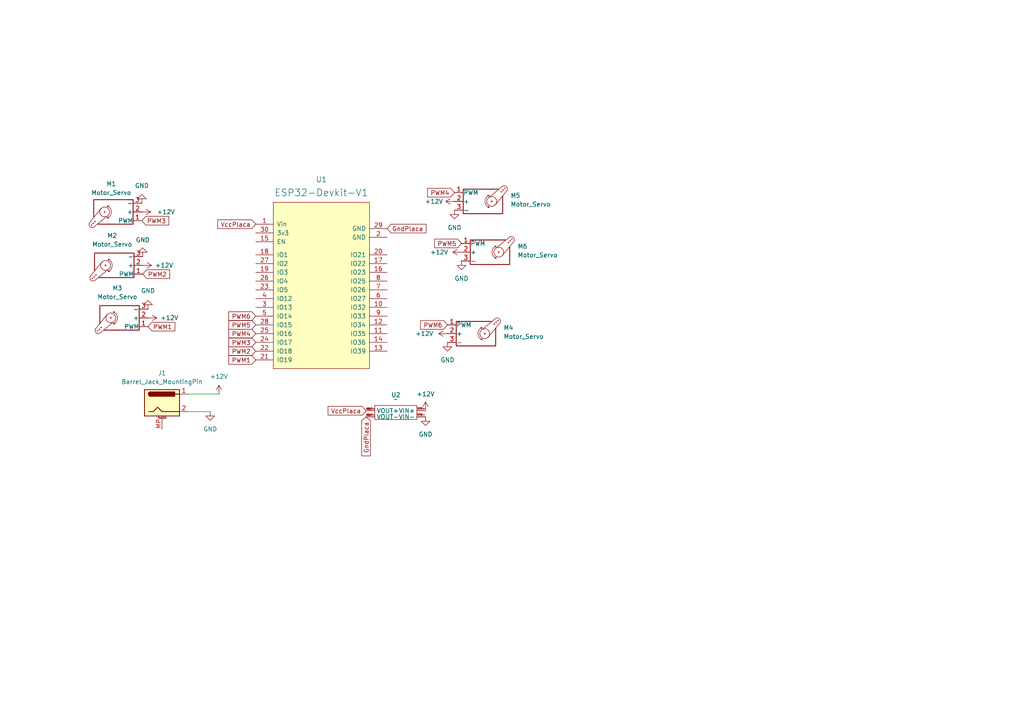
<source format=kicad_sch>
(kicad_sch (version 20231120) (generator "eeschema") (generator_version "8.0")
  (paper "A4")
  (lib_symbols
    (symbol "Connector:Barrel_Jack_MountingPin" (pin_names hide)
      (property "Reference" "J" (at 0 5.334 0))
      (property "Value" "Barrel_Jack_MountingPin" (at 1.27 -6.35 0))
      (symbol "Barrel_Jack_MountingPin_0_1"
        (rectangle (start -5.08 3.81) (end 5.08 -3.81) (stroke (width 0.254)) (fill (type background)))
        (arc (start -3.302 3.175) (mid -3.9343 2.54) (end -3.302 1.905) (stroke (width 0.254)))
        (arc (start -3.302 3.175) (mid -3.9343 2.54) (end -3.302 1.905) (stroke (width 0.254)) (fill (type outline)))
        (polyline (pts (xy 5.08 2.54) (xy 3.81 2.54)) (stroke (width 0.254)))
        (polyline (pts (xy -3.81 -2.54) (xy -2.54 -2.54) (xy -1.27 -1.27) (xy 0 -2.54) (xy 2.54 -2.54) (xy 5.08 -2.54)) (stroke (width 0.254)))
        (rectangle (start 3.683 3.175) (end -3.302 1.905) (stroke (width 0.254)) (fill (type outline)))
      )
      (symbol "Barrel_Jack_MountingPin_1_1"
        (polyline (pts (xy -1.016 -4.572) (xy 1.016 -4.572)) (stroke (width 0.1524)))
        (text "Mounting" (at 0 -4.191 0) (effects (font (size 0.381 0.381))))
        (pin passive line (at 7.62 2.54 180) (length 2.54) (name "~") (number "1"))
        (pin passive line (at 7.62 -2.54 180) (length 2.54) (name "~") (number "2"))
        (pin passive line (at 0 -7.62 90) (length 3.048) (name "MountPin") (number "MP"))
      )
    )
    (symbol "Motor:Motor_Servo" (pin_names (offset 0.0254))
      (property "Reference" "M" (at -5.08 4.445 0))
      (property "Value" "Motor_Servo" (at -5.08 -4.064 0))
      (symbol "Motor_Servo_0_1"
        (polyline (pts (xy 2.413 -1.778) (xy 2.032 -1.778)))
        (polyline (pts (xy 2.413 -1.778) (xy 2.286 -1.397)))
        (polyline (pts (xy 2.413 1.778) (xy 1.905 1.778)))
        (polyline (pts (xy 2.413 1.778) (xy 2.286 1.397)))
        (polyline (pts (xy 6.35 4.445) (xy 2.54 1.27)))
        (polyline (pts (xy 7.62 3.175) (xy 4.191 -1.016)))
        (polyline (pts (xy 5.08 3.556) (xy -5.08 3.556) (xy -5.08 -3.556) (xy 6.35 -3.556) (xy 6.35 1.524)) (stroke (width 0.254)))
        (arc (start 2.413 1.778) (mid 1.2406 0) (end 2.413 -1.778))
        (circle (center 3.175 0) (radius 0.1778))
        (circle (center 3.175 0) (radius 1.4224))
        (circle (center 5.969 2.794) (radius 0.127))
        (circle (center 6.477 3.302) (radius 0.127))
        (circle (center 6.985 3.81) (radius 0.127))
        (arc (start 7.62 3.175) (mid 7.4485 4.2735) (end 6.35 4.445))
      )
      (symbol "Motor_Servo_1_1"
        (pin passive line (at -7.62 2.54 0) (length 2.54) (name "PWM") (number "1"))
        (pin passive line (at -7.62 0 0) (length 2.54) (name "+") (number "2"))
        (pin passive line (at -7.62 -2.54 0) (length 2.54) (name "-") (number "3"))
      )
    )
    (symbol "Mt3608:LM2596"
      (property "Reference" "U" (at 0 3.81 0))
      (symbol "LM2596_0_1"
        (rectangle (start -6.096 2.794) (end 6.096 -1.27))
      )
      (symbol "LM2596_1_1"
        (pin input line (at 8.636 1.27 180) (length 2.54) (name "VIN+") (number "VIN+"))
        (pin input line (at 8.636 -0.508 180) (length 2.54) (name "VIN-") (number "VIN-"))
        (pin input line (at -8.636 1.27 0) (length 2.54) (name "VOUT+") (number "VOUT+"))
        (pin input line (at -8.636 -0.508 0) (length 2.54) (name "VOUT-") (number "VOUT-"))
      )
    )
    (symbol "esp32-devkit-v1:ESP32-Devkit-V1" (pin_names (offset 1.016))
      (property "Reference" "U" (at 13.97 -21.59 0))
      (property "Value" "ESP32-Devkit-V1" (at 13.97 -2.54 0))
      (symbol "ESP32-Devkit-V1_0_1"
        (rectangle (start 0 0) (end 27.94 -48.26) (fill (type background)))
      )
      (symbol "ESP32-Devkit-V1_1_1"
        (pin power_in line (at -5.08 -6.35 0) (length 5.08) (name "Vin") (number "1"))
        (pin bidirectional line (at 33.02 -30.48 180) (length 5.08) (name "IO32") (number "10"))
        (pin bidirectional line (at 33.02 -38.1 180) (length 5.08) (name "IO35") (number "11"))
        (pin bidirectional line (at 33.02 -35.56 180) (length 5.08) (name "IO34") (number "12"))
        (pin bidirectional line (at 33.02 -43.18 180) (length 5.08) (name "IO39") (number "13"))
        (pin bidirectional line (at 33.02 -40.64 180) (length 5.08) (name "IO36") (number "14"))
        (pin input line (at -5.08 -11.43 0) (length 5.08) (name "EN") (number "15"))
        (pin bidirectional line (at 33.02 -20.32 180) (length 5.08) (name "IO23") (number "16"))
        (pin bidirectional line (at 33.02 -17.78 180) (length 5.08) (name "IO22") (number "17"))
        (pin bidirectional line (at -5.08 -15.24 0) (length 5.08) (name "IO1") (number "18"))
        (pin bidirectional line (at -5.08 -20.32 0) (length 5.08) (name "IO3") (number "19"))
        (pin power_out line (at 33.02 -10.16 180) (length 5.08) (name "GND") (number "2"))
        (pin bidirectional line (at 33.02 -15.24 180) (length 5.08) (name "IO21") (number "20"))
        (pin bidirectional line (at -5.08 -45.72 0) (length 5.08) (name "IO19") (number "21"))
        (pin bidirectional line (at -5.08 -43.18 0) (length 5.08) (name "IO18") (number "22"))
        (pin bidirectional line (at -5.08 -25.4 0) (length 5.08) (name "IO5") (number "23"))
        (pin bidirectional line (at -5.08 -40.64 0) (length 5.08) (name "IO17") (number "24"))
        (pin bidirectional line (at -5.08 -38.1 0) (length 5.08) (name "IO16") (number "25"))
        (pin bidirectional line (at -5.08 -22.86 0) (length 5.08) (name "IO4") (number "26"))
        (pin bidirectional line (at -5.08 -17.78 0) (length 5.08) (name "IO2") (number "27"))
        (pin bidirectional line (at -5.08 -35.56 0) (length 5.08) (name "IO15") (number "28"))
        (pin power_out line (at 33.02 -7.62 180) (length 5.08) (name "GND") (number "29"))
        (pin bidirectional line (at -5.08 -30.48 0) (length 5.08) (name "IO13") (number "3"))
        (pin power_out line (at -5.08 -8.89 0) (length 5.08) (name "3v3") (number "30"))
        (pin bidirectional line (at -5.08 -27.94 0) (length 5.08) (name "IO12") (number "4"))
        (pin bidirectional line (at -5.08 -33.02 0) (length 5.08) (name "IO14") (number "5"))
        (pin bidirectional line (at 33.02 -27.94 180) (length 5.08) (name "IO27") (number "6"))
        (pin bidirectional line (at 33.02 -25.4 180) (length 5.08) (name "IO26") (number "7"))
        (pin bidirectional line (at 33.02 -22.86 180) (length 5.08) (name "IO25") (number "8"))
        (pin bidirectional line (at 33.02 -33.02 180) (length 5.08) (name "IO33") (number "9"))
      )
    )
    (symbol "power:+12V" (power) (pin_numbers hide) (pin_names (offset 0) hide)
      (property "Value" "+12V" (at 0 3.556 0))
      (symbol "+12V_0_1"
        (polyline (pts (xy -0.762 1.27) (xy 0 2.54)))
        (polyline (pts (xy 0 0) (xy 0 2.54)))
        (polyline (pts (xy 0 2.54) (xy 0.762 1.27)))
      )
      (symbol "+12V_1_1"
        (pin power_in line (at 0 0 90) (length 0) (name "~") (number "1"))
      )
    )
    (symbol "power:GND" (power) (pin_numbers hide) (pin_names (offset 0) hide)
      (property "Value" "GND" (at 0 -3.81 0))
      (symbol "GND_0_1"
        (polyline (pts (xy 0 0) (xy 0 -1.27) (xy 1.27 -1.27) (xy 0 -2.54) (xy -1.27 -1.27) (xy 0 -1.27)))
      )
      (symbol "GND_1_1"
        (pin power_in line (at 0 0 270) (length 0) (name "~") (number "1"))
      )
    )
  )
  (wire (pts (xy 54.61 114.3) (xy 63.5 114.3)))
  (wire (pts (xy 54.61 119.38) (xy 60.96 119.38)))
  (global_label "PWM5" (shape input) (at 133.858 70.612 180) (property "Intersheetrefs" "${INTERSHEET_REFS}" (effects (hide yes))))
  (global_label "VccPlaca" (shape input) (at 74.168 65.024 180) (property "Intersheetrefs" "${INTERSHEET_REFS}" (effects (hide yes))))
  (global_label "PWM3" (shape input) (at 74.168 99.314 180) (property "Intersheetrefs" "${INTERSHEET_REFS}" (effects (hide yes))))
  (global_label "PWM2" (shape input) (at 41.402 79.502 0) (property "Intersheetrefs" "${INTERSHEET_REFS}" (effects (hide yes))))
  (global_label "PWM3" (shape input) (at 41.148 64.008 0) (property "Intersheetrefs" "${INTERSHEET_REFS}" (effects (hide yes))))
  (global_label "PWM6" (shape input) (at 74.168 91.694 180) (property "Intersheetrefs" "${INTERSHEET_REFS}" (effects (hide yes))))
  (global_label "PWM5" (shape input) (at 74.168 94.234 180) (property "Intersheetrefs" "${INTERSHEET_REFS}" (effects (hide yes))))
  (global_label "PWM2" (shape input) (at 74.168 101.854 180) (property "Intersheetrefs" "${INTERSHEET_REFS}" (effects (hide yes))))
  (global_label "PWM1" (shape input) (at 42.926 94.742 0) (property "Intersheetrefs" "${INTERSHEET_REFS}" (effects (hide yes))))
  (global_label "GndPlaca" (shape input) (at 106.172 120.904 270) (property "Intersheetrefs" "${INTERSHEET_REFS}" (effects (hide yes))))
  (global_label "GndPlaca" (shape input) (at 112.268 66.294 0) (property "Intersheetrefs" "${INTERSHEET_REFS}" (effects (hide yes))))
  (global_label "PWM4" (shape input) (at 131.826 55.88 180) (property "Intersheetrefs" "${INTERSHEET_REFS}" (effects (hide yes))))
  (global_label "PWM6" (shape input) (at 129.794 94.234 180) (property "Intersheetrefs" "${INTERSHEET_REFS}" (effects (hide yes))))
  (global_label "PWM4" (shape input) (at 74.168 96.774 180) (property "Intersheetrefs" "${INTERSHEET_REFS}" (effects (hide yes))))
  (global_label "PWM1" (shape input) (at 74.168 104.394 180) (property "Intersheetrefs" "${INTERSHEET_REFS}" (effects (hide yes))))
  (global_label "VccPlaca" (shape input) (at 106.172 119.126 180) (property "Intersheetrefs" "${INTERSHEET_REFS}" (effects (hide yes))))
  (symbol (lib_id "power:GND") (at 41.148 58.928 180) (unit 1)
    (property "Reference" "#PWR014" (effects (hide yes)))
    (property "Value" "GND" (at 41.148 53.848 0))
    (property "Description" "Power symbol creates a global label with name \"GND\" , ground" (effects (hide yes)))
  )
  (symbol (lib_id "power:+12V") (at 123.444 119.126 0) (unit 1)
    (property "Reference" "#PWR08" (effects (hide yes)))
    (property "Value" "+12V" (at 123.444 114.3 0))
    (property "Description" "Power symbol creates a global label with name \"+12V\"" (effects (hide yes)))
  )
  (symbol (lib_id "Motor:Motor_Servo") (at 141.478 73.152 0) (unit 1)
    (property "Reference" "M6" (at 150.114 71.4485 0) (effects (justify left)))
    (property "Value" "Motor_Servo" (at 150.114 73.9885 0) (effects (justify left)))
    (property "Footprint" "Connector_PinHeader_2.54mm:PinHeader_1x03_P2.54mm_Vertical" (effects (hide yes)))
    (property "Datasheet" "http://forums.parallax.com/uploads/attachments/46831/74481.png" (effects (hide yes)))
    (property "Description" "Servo Motor (Futaba, HiTec, JR connector)" (effects (hide yes)))
  )
  (symbol (lib_id "power:GND") (at 133.858 75.692 0) (unit 1)
    (property "Reference" "#PWR012" (effects (hide yes)))
    (property "Value" "GND" (at 133.858 80.772 0))
    (property "Description" "Power symbol creates a global label with name \"GND\" , ground" (effects (hide yes)))
  )
  (symbol (lib_id "power:GND") (at 60.96 119.38 0) (unit 1)
    (property "Reference" "#PWR09" (effects (hide yes)))
    (property "Value" "GND" (at 60.96 124.46 0))
    (property "Description" "Power symbol creates a global label with name \"GND\" , ground" (effects (hide yes)))
  )
  (symbol (lib_id "power:+12V") (at 41.148 61.468 270) (unit 1)
    (property "Reference" "#PWR06" (effects (hide yes)))
    (property "Value" "+12V" (at 45.466 61.4679 90) (effects (justify left)))
    (property "Description" "Power symbol creates a global label with name \"+12V\"" (effects (hide yes)))
  )
  (symbol (lib_id "power:+12V") (at 42.926 92.202 270) (unit 1)
    (property "Reference" "#PWR03" (effects (hide yes)))
    (property "Value" "+12V" (at 46.482 92.2019 90) (effects (justify left)))
    (property "Description" "Power symbol creates a global label with name \"+12V\"" (effects (hide yes)))
  )
  (symbol (lib_id "power:+12V") (at 131.826 58.42 90) (unit 1)
    (property "Reference" "#PWR05" (effects (hide yes)))
    (property "Value" "+12V" (at 128.524 58.4199 90) (effects (justify left)))
    (property "Description" "Power symbol creates a global label with name \"+12V\"" (effects (hide yes)))
  )
  (symbol (lib_id "power:+12V") (at 129.794 96.774 90) (unit 1)
    (property "Reference" "#PWR02" (effects (hide yes)))
    (property "Value" "+12V" (at 125.73 96.7739 90) (effects (justify left)))
    (property "Description" "Power symbol creates a global label with name \"+12V\"" (effects (hide yes)))
  )
  (symbol (lib_id "Mt3608:LM2596") (at 114.808 120.396 0) (unit 1)
    (property "Reference" "U2" (at 114.808 114.554 0))
    (property "Value" "~" (at 114.808 115.824 0))
    (property "Footprint" "Stepdown:Step down lm" (effects (hide yes)))
  )
  (symbol (lib_id "power:GND") (at 123.444 120.904 0) (unit 1)
    (property "Reference" "#PWR010" (effects (hide yes)))
    (property "Value" "GND" (at 123.444 125.984 0))
    (property "Description" "Power symbol creates a global label with name \"GND\" , ground" (effects (hide yes)))
  )
  (symbol (lib_id "esp32-devkit-v1:ESP32-Devkit-V1") (at 79.248 58.674 0) (unit 1)
    (property "Reference" "U1" (at 93.218 52.07 0) (effects (font (size 1.524 1.524))))
    (property "Value" "ESP32-Devkit-V1" (at 93.218 55.88 0) (effects (font (size 2.0066 2.0066))))
    (property "Footprint" "DOIT_ESP32:DOIT_ESP32_Devkit_mirko" (effects (hide yes)))
  )
  (symbol (lib_id "power:GND") (at 131.826 60.96 0) (unit 1)
    (property "Reference" "#PWR013" (effects (hide yes)))
    (property "Value" "GND" (at 131.826 66.04 0))
    (property "Description" "Power symbol creates a global label with name \"GND\" , ground" (effects (hide yes)))
  )
  (symbol (lib_id "Motor:Motor_Servo") (at 35.306 92.202 180) (unit 1)
    (property "Reference" "M3" (at 34.0471 83.566 0))
    (property "Value" "Motor_Servo" (at 34.0471 86.106 0))
    (property "Footprint" "Connector_PinHeader_2.54mm:PinHeader_1x03_P2.54mm_Vertical" (effects (hide yes)))
    (property "Datasheet" "http://forums.parallax.com/uploads/attachments/46831/74481.png" (effects (hide yes)))
    (property "Description" "Servo Motor (Futaba, HiTec, JR connector)" (effects (hide yes)))
  )
  (symbol (lib_id "power:GND") (at 129.794 99.314 0) (unit 1)
    (property "Reference" "#PWR011" (effects (hide yes)))
    (property "Value" "GND" (at 129.794 104.394 0))
    (property "Description" "Power symbol creates a global label with name \"GND\" , ground" (effects (hide yes)))
  )
  (symbol (lib_id "Motor:Motor_Servo") (at 33.782 76.962 180) (unit 1)
    (property "Reference" "M2" (at 32.5231 68.326 0))
    (property "Value" "Motor_Servo" (at 32.5231 70.866 0))
    (property "Footprint" "Connector_PinHeader_2.54mm:PinHeader_1x03_P2.54mm_Vertical" (effects (hide yes)))
    (property "Datasheet" "http://forums.parallax.com/uploads/attachments/46831/74481.png" (effects (hide yes)))
    (property "Description" "Servo Motor (Futaba, HiTec, JR connector)" (effects (hide yes)))
  )
  (symbol (lib_id "power:+12V") (at 133.858 73.152 90) (unit 1)
    (property "Reference" "#PWR04" (effects (hide yes)))
    (property "Value" "+12V" (at 130.048 73.1519 90) (effects (justify left)))
    (property "Description" "Power symbol creates a global label with name \"+12V\"" (effects (hide yes)))
  )
  (symbol (lib_id "Motor:Motor_Servo") (at 33.528 61.468 180) (unit 1)
    (property "Reference" "M1" (at 32.2691 53.34 0))
    (property "Value" "Motor_Servo" (at 32.2691 55.88 0))
    (property "Footprint" "Connector_PinHeader_2.54mm:PinHeader_1x03_P2.54mm_Vertical" (effects (hide yes)))
    (property "Datasheet" "http://forums.parallax.com/uploads/attachments/46831/74481.png" (effects (hide yes)))
    (property "Description" "Servo Motor (Futaba, HiTec, JR connector)" (effects (hide yes)))
  )
  (symbol (lib_id "power:GND") (at 41.402 74.422 180) (unit 1)
    (property "Reference" "#PWR015" (effects (hide yes)))
    (property "Value" "GND" (at 41.402 69.596 0))
    (property "Description" "Power symbol creates a global label with name \"GND\" , ground" (effects (hide yes)))
  )
  (symbol (lib_id "power:+12V") (at 63.5 114.3 0) (unit 1)
    (property "Reference" "#PWR01" (effects (hide yes)))
    (property "Value" "+12V" (at 63.5 109.22 0))
    (property "Description" "Power symbol creates a global label with name \"+12V\"" (effects (hide yes)))
  )
  (symbol (lib_id "power:GND") (at 42.926 89.662 180) (unit 1)
    (property "Reference" "#PWR016" (effects (hide yes)))
    (property "Value" "GND" (at 42.926 84.328 0))
    (property "Description" "Power symbol creates a global label with name \"GND\" , ground" (effects (hide yes)))
  )
  (symbol (lib_id "Connector:Barrel_Jack_MountingPin") (at 46.99 116.84 0) (unit 1)
    (property "Reference" "J1" (at 46.99 108.204 0))
    (property "Value" "Barrel_Jack_MountingPin" (at 46.99 110.744 0))
    (property "Footprint" "Connector_BarrelJack:BarrelJack_CUI_PJ-102AH_Horizontal" (effects (hide yes)))
    (property "Description" "DC Barrel Jack with a mounting pin" (effects (hide yes)))
  )
  (symbol (lib_id "Motor:Motor_Servo") (at 139.446 58.42 0) (unit 1)
    (property "Reference" "M5" (at 148.082 56.7165 0) (effects (justify left)))
    (property "Value" "Motor_Servo" (at 148.082 59.2565 0) (effects (justify left)))
    (property "Footprint" "Connector_PinHeader_2.54mm:PinHeader_1x03_P2.54mm_Vertical" (effects (hide yes)))
    (property "Datasheet" "http://forums.parallax.com/uploads/attachments/46831/74481.png" (effects (hide yes)))
    (property "Description" "Servo Motor (Futaba, HiTec, JR connector)" (effects (hide yes)))
  )
  (symbol (lib_id "Motor:Motor_Servo") (at 137.414 96.774 0) (unit 1)
    (property "Reference" "M4" (at 146.05 95.0705 0) (effects (justify left)))
    (property "Value" "Motor_Servo" (at 146.05 97.6105 0) (effects (justify left)))
    (property "Footprint" "Connector_PinHeader_2.54mm:PinHeader_1x03_P2.54mm_Vertical" (effects (hide yes)))
    (property "Datasheet" "http://forums.parallax.com/uploads/attachments/46831/74481.png" (effects (hide yes)))
    (property "Description" "Servo Motor (Futaba, HiTec, JR connector)" (effects (hide yes)))
  )
  (symbol (lib_id "power:+12V") (at 41.402 76.962 270) (unit 1)
    (property "Reference" "#PWR07" (effects (hide yes)))
    (property "Value" "+12V" (at 44.958 76.9619 90) (effects (justify left)))
    (property "Description" "Power symbol creates a global label with name \"+12V\"" (effects (hide yes)))
  )
)
</source>
